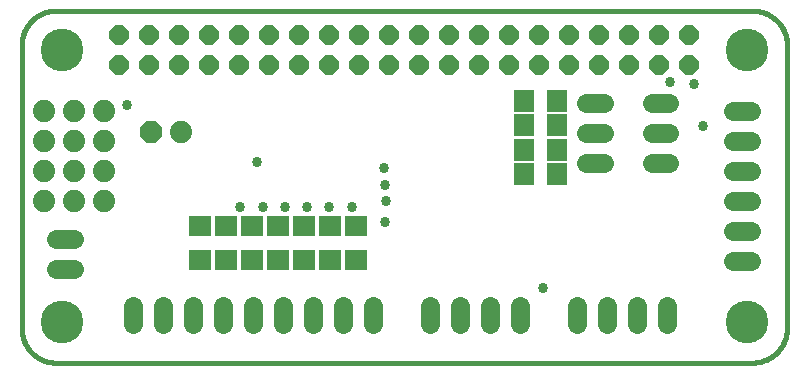
<source format=gbs>
G75*
%MOIN*%
%OFA0B0*%
%FSLAX25Y25*%
%IPPOS*%
%LPD*%
%AMOC8*
5,1,8,0,0,1.08239X$1,22.5*
%
%ADD10C,0.01600*%
%ADD11OC8,0.06406*%
%ADD12R,0.06706X0.07493*%
%ADD13OC8,0.07406*%
%ADD14C,0.07406*%
%ADD15C,0.06343*%
%ADD16C,0.06406*%
%ADD17R,0.07505X0.06706*%
%ADD18C,0.14249*%
%ADD19R,0.06706X0.07505*%
%ADD20C,0.03384*%
D10*
X0015799Y0007181D02*
X0247431Y0007181D01*
X0259424Y0018440D02*
X0259424Y0112975D01*
X0259420Y0113257D01*
X0259410Y0113540D01*
X0259393Y0113822D01*
X0259368Y0114104D01*
X0259337Y0114385D01*
X0259299Y0114665D01*
X0259254Y0114944D01*
X0259202Y0115222D01*
X0259144Y0115499D01*
X0259078Y0115774D01*
X0259006Y0116048D01*
X0258928Y0116319D01*
X0258842Y0116589D01*
X0258750Y0116856D01*
X0258652Y0117121D01*
X0258547Y0117384D01*
X0258435Y0117644D01*
X0258318Y0117901D01*
X0258194Y0118155D01*
X0258063Y0118406D01*
X0257927Y0118654D01*
X0257785Y0118898D01*
X0257636Y0119139D01*
X0257482Y0119376D01*
X0257322Y0119609D01*
X0257157Y0119839D01*
X0256986Y0120064D01*
X0256809Y0120285D01*
X0256627Y0120501D01*
X0256440Y0120713D01*
X0256247Y0120920D01*
X0256050Y0121123D01*
X0255848Y0121320D01*
X0255641Y0121513D01*
X0255429Y0121700D01*
X0255213Y0121882D01*
X0254992Y0122059D01*
X0254767Y0122231D01*
X0254538Y0122396D01*
X0254305Y0122557D01*
X0254068Y0122711D01*
X0253827Y0122859D01*
X0253583Y0123002D01*
X0253335Y0123138D01*
X0253084Y0123269D01*
X0252830Y0123393D01*
X0252573Y0123511D01*
X0252314Y0123623D01*
X0252051Y0123728D01*
X0251786Y0123827D01*
X0251519Y0123919D01*
X0251249Y0124004D01*
X0250978Y0124084D01*
X0250704Y0124156D01*
X0250429Y0124221D01*
X0250153Y0124280D01*
X0249875Y0124332D01*
X0249596Y0124377D01*
X0249315Y0124416D01*
X0249034Y0124447D01*
X0248753Y0124472D01*
X0248470Y0124489D01*
X0248188Y0124500D01*
X0247905Y0124504D01*
X0015709Y0124504D01*
X0015433Y0124500D01*
X0015157Y0124490D01*
X0014881Y0124473D01*
X0014606Y0124449D01*
X0014332Y0124419D01*
X0014058Y0124382D01*
X0013785Y0124339D01*
X0013514Y0124289D01*
X0013244Y0124232D01*
X0012975Y0124169D01*
X0012708Y0124099D01*
X0012442Y0124023D01*
X0012179Y0123941D01*
X0011917Y0123852D01*
X0011658Y0123757D01*
X0011401Y0123655D01*
X0011147Y0123548D01*
X0010895Y0123434D01*
X0010647Y0123314D01*
X0010401Y0123188D01*
X0010158Y0123057D01*
X0009919Y0122919D01*
X0009683Y0122776D01*
X0009450Y0122627D01*
X0009221Y0122473D01*
X0008996Y0122313D01*
X0008775Y0122147D01*
X0008558Y0121977D01*
X0008345Y0121801D01*
X0008137Y0121620D01*
X0007932Y0121434D01*
X0007733Y0121243D01*
X0007538Y0121048D01*
X0007348Y0120847D01*
X0007163Y0120643D01*
X0006982Y0120433D01*
X0006807Y0120220D01*
X0006638Y0120002D01*
X0006473Y0119781D01*
X0006314Y0119555D01*
X0006160Y0119325D01*
X0006012Y0119092D01*
X0005870Y0118856D01*
X0005733Y0118616D01*
X0005602Y0118373D01*
X0005478Y0118126D01*
X0005359Y0117877D01*
X0005246Y0117625D01*
X0005139Y0117370D01*
X0005039Y0117113D01*
X0004945Y0116854D01*
X0004857Y0116592D01*
X0004775Y0116328D01*
X0004700Y0116062D01*
X0004631Y0115795D01*
X0004569Y0115526D01*
X0004513Y0115256D01*
X0004464Y0114984D01*
X0004422Y0114711D01*
X0004386Y0114437D01*
X0004357Y0114163D01*
X0004334Y0113888D01*
X0004318Y0113612D01*
X0004309Y0113336D01*
X0004306Y0113060D01*
X0004306Y0018474D01*
X0004312Y0018199D01*
X0004325Y0017924D01*
X0004344Y0017649D01*
X0004369Y0017375D01*
X0004402Y0017102D01*
X0004440Y0016829D01*
X0004486Y0016557D01*
X0004538Y0016287D01*
X0004596Y0016018D01*
X0004661Y0015750D01*
X0004733Y0015485D01*
X0004811Y0015221D01*
X0004895Y0014958D01*
X0004985Y0014698D01*
X0005082Y0014441D01*
X0005185Y0014185D01*
X0005294Y0013933D01*
X0005410Y0013682D01*
X0005531Y0013435D01*
X0005658Y0013191D01*
X0005791Y0012950D01*
X0005930Y0012712D01*
X0006074Y0012478D01*
X0006224Y0012247D01*
X0006380Y0012020D01*
X0006541Y0011797D01*
X0006707Y0011577D01*
X0006879Y0011362D01*
X0007056Y0011151D01*
X0007238Y0010944D01*
X0007425Y0010742D01*
X0007616Y0010545D01*
X0007813Y0010352D01*
X0008014Y0010163D01*
X0008219Y0009980D01*
X0008429Y0009802D01*
X0008643Y0009629D01*
X0008861Y0009461D01*
X0009084Y0009298D01*
X0009310Y0009141D01*
X0009539Y0008990D01*
X0009773Y0008844D01*
X0010010Y0008703D01*
X0010250Y0008569D01*
X0010493Y0008440D01*
X0010740Y0008317D01*
X0010989Y0008200D01*
X0011241Y0008089D01*
X0011496Y0007985D01*
X0011753Y0007886D01*
X0012012Y0007794D01*
X0012274Y0007708D01*
X0012537Y0007629D01*
X0012803Y0007555D01*
X0013070Y0007489D01*
X0013338Y0007428D01*
X0013608Y0007374D01*
X0013880Y0007327D01*
X0014152Y0007287D01*
X0014425Y0007252D01*
X0014699Y0007225D01*
X0014974Y0007204D01*
X0015248Y0007190D01*
X0015524Y0007182D01*
X0015799Y0007181D01*
X0247432Y0007181D02*
X0247713Y0007175D01*
X0247994Y0007177D01*
X0248275Y0007185D01*
X0248555Y0007200D01*
X0248836Y0007221D01*
X0249115Y0007250D01*
X0249394Y0007285D01*
X0249672Y0007327D01*
X0249949Y0007375D01*
X0250225Y0007431D01*
X0250499Y0007493D01*
X0250771Y0007561D01*
X0251042Y0007636D01*
X0251311Y0007718D01*
X0251578Y0007806D01*
X0251843Y0007901D01*
X0252105Y0008001D01*
X0252365Y0008109D01*
X0252622Y0008222D01*
X0252877Y0008342D01*
X0253128Y0008468D01*
X0253376Y0008599D01*
X0253621Y0008737D01*
X0253863Y0008881D01*
X0254101Y0009030D01*
X0254336Y0009185D01*
X0254566Y0009346D01*
X0254793Y0009512D01*
X0255015Y0009684D01*
X0255234Y0009861D01*
X0255448Y0010043D01*
X0255657Y0010231D01*
X0255862Y0010423D01*
X0256062Y0010620D01*
X0256258Y0010822D01*
X0256448Y0011029D01*
X0256634Y0011240D01*
X0256814Y0011456D01*
X0256989Y0011676D01*
X0257159Y0011900D01*
X0257323Y0012128D01*
X0257481Y0012361D01*
X0257634Y0012596D01*
X0257781Y0012836D01*
X0257923Y0013079D01*
X0258058Y0013325D01*
X0258188Y0013575D01*
X0258311Y0013827D01*
X0258428Y0014083D01*
X0258539Y0014341D01*
X0258644Y0014602D01*
X0258743Y0014865D01*
X0258835Y0015131D01*
X0258920Y0015398D01*
X0258999Y0015668D01*
X0259072Y0015940D01*
X0259138Y0016213D01*
X0259197Y0016488D01*
X0259250Y0016764D01*
X0259296Y0017041D01*
X0259335Y0017319D01*
X0259368Y0017598D01*
X0259394Y0017878D01*
X0259413Y0018159D01*
X0259425Y0018440D01*
D11*
X0226865Y0106323D03*
X0216865Y0106323D03*
X0206865Y0106323D03*
X0196865Y0106323D03*
X0186865Y0106323D03*
X0176865Y0106323D03*
X0166865Y0106323D03*
X0156865Y0106323D03*
X0146865Y0106323D03*
X0136865Y0106323D03*
X0126865Y0106323D03*
X0116865Y0106323D03*
X0106865Y0106323D03*
X0096865Y0106323D03*
X0086865Y0106323D03*
X0076865Y0106323D03*
X0066865Y0106323D03*
X0056865Y0106323D03*
X0046865Y0106323D03*
X0036865Y0106323D03*
X0036865Y0116323D03*
X0046865Y0116323D03*
X0056865Y0116323D03*
X0066865Y0116323D03*
X0076865Y0116323D03*
X0086865Y0116323D03*
X0096865Y0116323D03*
X0106865Y0116323D03*
X0116865Y0116323D03*
X0126865Y0116323D03*
X0136865Y0116323D03*
X0146865Y0116323D03*
X0156865Y0116323D03*
X0166865Y0116323D03*
X0176865Y0116323D03*
X0186865Y0116323D03*
X0196865Y0116323D03*
X0206865Y0116323D03*
X0216865Y0116323D03*
X0226865Y0116323D03*
D12*
X0182772Y0078216D03*
X0171749Y0078216D03*
X0171749Y0070160D03*
X0182772Y0070160D03*
D13*
X0047422Y0084124D03*
D14*
X0057422Y0084124D03*
X0031823Y0081001D03*
X0021823Y0081001D03*
X0011823Y0081001D03*
X0011823Y0091001D03*
X0021823Y0091001D03*
X0031823Y0091001D03*
X0031823Y0071001D03*
X0021823Y0071001D03*
X0011823Y0071001D03*
X0011823Y0061001D03*
X0021823Y0061001D03*
X0031823Y0061001D03*
D15*
X0021743Y0048253D02*
X0015806Y0048253D01*
X0015806Y0038253D02*
X0021743Y0038253D01*
X0041548Y0026159D02*
X0041548Y0020222D01*
X0051548Y0020222D02*
X0051548Y0026159D01*
X0061548Y0026159D02*
X0061548Y0020222D01*
X0071548Y0020222D02*
X0071548Y0026159D01*
X0081548Y0026159D02*
X0081548Y0020222D01*
X0091548Y0020222D02*
X0091548Y0026159D01*
X0101548Y0026159D02*
X0101548Y0020222D01*
X0111548Y0020222D02*
X0111548Y0026159D01*
X0121548Y0026159D02*
X0121548Y0020222D01*
X0140478Y0020222D02*
X0140478Y0026159D01*
X0150478Y0026159D02*
X0150478Y0020222D01*
X0160478Y0020222D02*
X0160478Y0026159D01*
X0170478Y0026159D02*
X0170478Y0020222D01*
X0189408Y0020222D02*
X0189408Y0026159D01*
X0199408Y0026159D02*
X0199408Y0020222D01*
X0209408Y0020222D02*
X0209408Y0026159D01*
X0219408Y0026159D02*
X0219408Y0020222D01*
X0241479Y0041047D02*
X0247416Y0041047D01*
X0247416Y0051047D02*
X0241479Y0051047D01*
X0241479Y0061047D02*
X0247416Y0061047D01*
X0247416Y0071047D02*
X0241479Y0071047D01*
X0241479Y0081047D02*
X0247416Y0081047D01*
X0247416Y0091047D02*
X0241479Y0091047D01*
X0220209Y0093692D02*
X0214272Y0093692D01*
X0214272Y0083692D02*
X0220209Y0083692D01*
X0220209Y0073692D02*
X0214272Y0073692D01*
D16*
X0198392Y0073692D02*
X0192392Y0073692D01*
X0192392Y0083692D02*
X0198392Y0083692D01*
X0198392Y0093692D02*
X0192392Y0093692D01*
D17*
X0115669Y0052595D03*
X0107000Y0052595D03*
X0098330Y0052595D03*
X0089661Y0052595D03*
X0080992Y0052595D03*
X0072322Y0052595D03*
X0063653Y0052595D03*
X0063653Y0041399D03*
X0072322Y0041399D03*
X0080992Y0041399D03*
X0089661Y0041399D03*
X0098330Y0041399D03*
X0107000Y0041399D03*
X0115669Y0041399D03*
D18*
X0017692Y0020772D03*
X0017692Y0111323D03*
X0246039Y0111323D03*
X0246039Y0020772D03*
D19*
X0182859Y0086273D03*
X0171662Y0086273D03*
X0171662Y0094329D03*
X0182859Y0094329D03*
D20*
X0220314Y0100631D03*
X0228359Y0099932D03*
X0231305Y0085903D03*
X0178135Y0032011D03*
X0125432Y0054029D03*
X0114267Y0059203D03*
X0106855Y0059203D03*
X0099444Y0059203D03*
X0092032Y0059203D03*
X0084620Y0059203D03*
X0077209Y0059203D03*
X0082811Y0074179D03*
X0125010Y0072168D03*
X0125348Y0066509D03*
X0125769Y0061059D03*
X0039351Y0092954D03*
M02*

</source>
